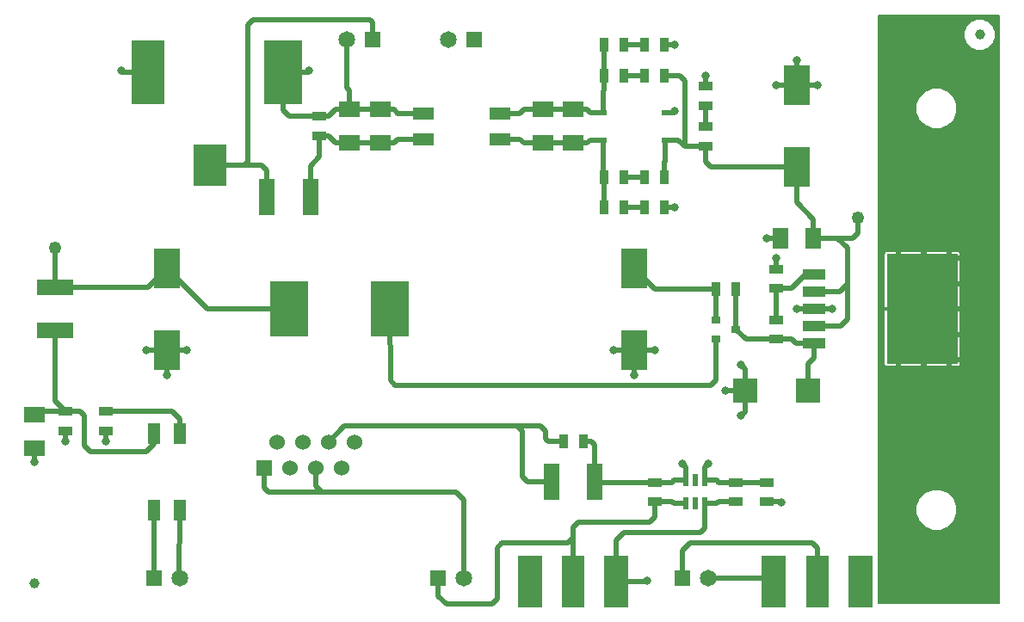
<source format=gtl>
G04 (created by PCBNEW (2013-mar-25)-stable) date Friday, August 07, 2015 09:57:37 AM*
%MOIN*%
G04 Gerber Fmt 3.4, Leading zero omitted, Abs format*
%FSLAX34Y34*%
G01*
G70*
G90*
G04 APERTURE LIST*
%ADD10C,0.006*%
%ADD11R,0.06X0.06*%
%ADD12C,0.06*%
%ADD13R,0.0649606X0.0649606*%
%ADD14C,0.0649606*%
%ADD15C,0.0492126*%
%ADD16R,0.129921X0.159843*%
%ADD17R,0.129921X0.25*%
%ADD18R,0.15X0.25*%
%ADD19R,0.0610236X0.141732*%
%ADD20R,0.141732X0.0610236*%
%ADD21R,0.055X0.035*%
%ADD22R,0.035X0.055*%
%ADD23R,0.0787402X0.0590551*%
%ADD24R,0.0590551X0.0787402*%
%ADD25R,0.0787402X0.0472441*%
%ADD26R,0.0472441X0.0787402*%
%ADD27R,0.0299213X0.0228346*%
%ADD28R,0.0984252X0.15748*%
%ADD29R,0.0850394X0.042126*%
%ADD30R,0.275591X0.425197*%
%ADD31R,0.0354331X0.0314961*%
%ADD32R,0.149606X0.216535*%
%ADD33R,0.0901575X0.2*%
%ADD34R,0.0950787X0.2*%
%ADD35R,0.02X0.05*%
%ADD36R,0.0933071X0.0956693*%
%ADD37C,0.0393701*%
%ADD38C,0.0314961*%
%ADD39C,0.019685*%
%ADD40C,0.00590551*%
G04 APERTURE END LIST*
G54D10*
G54D11*
X54549Y-69153D03*
G54D12*
X55049Y-68153D03*
X55549Y-69153D03*
X56049Y-68153D03*
X56549Y-69153D03*
X57049Y-68153D03*
X57549Y-69153D03*
X58049Y-68153D03*
G54D13*
X62704Y-52559D03*
G54D14*
X61704Y-52559D03*
G54D13*
X70759Y-73425D03*
G54D14*
X71759Y-73425D03*
G54D13*
X61311Y-73425D03*
G54D14*
X62311Y-73425D03*
G54D13*
X50287Y-73425D03*
G54D14*
X51287Y-73425D03*
G54D13*
X58767Y-52559D03*
G54D14*
X57767Y-52559D03*
G54D15*
X77559Y-59448D03*
X46456Y-60629D03*
G54D16*
X52456Y-57417D03*
G54D17*
X50055Y-53818D03*
G54D18*
X55287Y-53818D03*
G54D19*
X56348Y-58661D03*
X54675Y-58661D03*
G54D20*
X46456Y-63828D03*
X46456Y-62155D03*
G54D19*
X67372Y-69685D03*
X65698Y-69685D03*
G54D21*
X71653Y-54344D03*
X71653Y-55104D03*
G54D22*
X70065Y-57874D03*
X69305Y-57874D03*
X70065Y-59055D03*
X69305Y-59055D03*
G54D21*
X48425Y-66942D03*
X48425Y-67702D03*
G54D22*
X66155Y-68110D03*
X66915Y-68110D03*
G54D21*
X74015Y-70458D03*
X74015Y-69698D03*
X72834Y-70458D03*
X72834Y-69698D03*
X69685Y-70458D03*
X69685Y-69698D03*
X74409Y-62191D03*
X74409Y-61431D03*
X74409Y-64159D03*
X74409Y-63399D03*
X71653Y-56679D03*
X71653Y-55919D03*
G54D22*
X70065Y-52755D03*
X69305Y-52755D03*
X68490Y-59055D03*
X67730Y-59055D03*
X70065Y-53937D03*
X69305Y-53937D03*
X68490Y-57874D03*
X67730Y-57874D03*
G54D21*
X56692Y-55525D03*
X56692Y-56285D03*
G54D22*
X68490Y-53937D03*
X67730Y-53937D03*
X68490Y-52755D03*
X67730Y-52755D03*
X72820Y-62204D03*
X72060Y-62204D03*
G54D21*
X46850Y-66942D03*
X46850Y-67702D03*
G54D23*
X45669Y-67066D03*
X45669Y-68366D03*
X59055Y-56555D03*
X59055Y-55255D03*
X57874Y-56555D03*
X57874Y-55255D03*
X65354Y-56555D03*
X65354Y-55255D03*
G54D24*
X75846Y-60236D03*
X74547Y-60236D03*
G54D23*
X66535Y-56555D03*
X66535Y-55255D03*
G54D25*
X63681Y-56405D03*
X60728Y-56405D03*
X63681Y-55405D03*
X60728Y-55405D03*
G54D26*
X50287Y-70767D03*
X50287Y-67814D03*
X51287Y-70767D03*
X51287Y-67814D03*
G54D27*
X67687Y-55379D03*
X67687Y-56431D03*
X70108Y-56431D03*
X70108Y-55379D03*
G54D28*
X75196Y-57480D03*
X75196Y-54330D03*
X50787Y-61417D03*
X50787Y-64566D03*
X68897Y-61417D03*
X68897Y-64566D03*
G54D29*
X75852Y-61653D03*
X75852Y-62322D03*
X75852Y-62992D03*
X75852Y-63661D03*
X75852Y-64330D03*
G54D30*
X80053Y-62992D03*
G54D31*
X72047Y-63405D03*
X72047Y-64153D03*
X72834Y-63779D03*
G54D32*
X55521Y-62992D03*
X59438Y-62992D03*
G54D33*
X75984Y-73539D03*
G54D34*
X77659Y-73539D03*
X74309Y-73539D03*
G54D33*
X66535Y-73539D03*
G54D34*
X68210Y-73539D03*
X64860Y-73539D03*
G54D35*
X71629Y-69628D03*
X71259Y-69629D03*
X70889Y-69629D03*
X70889Y-70527D03*
X71259Y-70527D03*
X71629Y-70527D03*
G54D36*
X75637Y-66141D03*
X73181Y-66141D03*
G54D37*
X45669Y-73622D03*
X82283Y-52362D03*
G54D38*
X56299Y-53740D03*
X49015Y-53740D03*
X69389Y-73523D03*
X70767Y-68996D03*
X71751Y-68996D03*
X74606Y-70472D03*
X50787Y-65551D03*
X75196Y-53346D03*
X68897Y-65551D03*
X79133Y-60433D03*
X81102Y-60433D03*
X80118Y-60433D03*
X79133Y-65551D03*
X81102Y-65551D03*
X80118Y-65551D03*
X81889Y-64960D03*
X81889Y-63976D03*
X81889Y-61023D03*
X81889Y-62007D03*
X81889Y-62992D03*
X70472Y-52755D03*
X71653Y-53937D03*
X70472Y-55314D03*
X74409Y-54330D03*
X75984Y-54330D03*
X69685Y-64566D03*
X68110Y-64566D03*
X74409Y-61023D03*
X70472Y-59055D03*
X74015Y-60236D03*
X75196Y-62992D03*
X73031Y-65157D03*
X73031Y-67125D03*
X72440Y-66141D03*
X51574Y-64566D03*
X50000Y-64566D03*
X45669Y-68897D03*
X46850Y-68110D03*
X48425Y-68110D03*
X76574Y-62992D03*
G54D39*
X53740Y-57417D02*
X54464Y-57417D01*
X54675Y-57627D02*
X54675Y-58661D01*
X54464Y-57417D02*
X54675Y-57627D01*
X58767Y-52559D02*
X58767Y-51877D01*
X53803Y-57417D02*
X53740Y-57417D01*
X53740Y-57417D02*
X52456Y-57417D01*
X53937Y-57283D02*
X53803Y-57417D01*
X53937Y-51968D02*
X53937Y-57283D01*
X54133Y-51771D02*
X53937Y-51968D01*
X58661Y-51771D02*
X54133Y-51771D01*
X58767Y-51877D02*
X58661Y-51771D01*
X50055Y-53818D02*
X49094Y-53818D01*
X56220Y-53818D02*
X55287Y-53818D01*
X56299Y-53740D02*
X56220Y-53818D01*
X49094Y-53818D02*
X49015Y-53740D01*
X57874Y-55255D02*
X57874Y-54527D01*
X57767Y-54421D02*
X57767Y-52559D01*
X57874Y-54527D02*
X57767Y-54421D01*
X56692Y-55525D02*
X55525Y-55525D01*
X55287Y-55287D02*
X55287Y-53818D01*
X55525Y-55525D02*
X55287Y-55287D01*
X56692Y-55525D02*
X57072Y-55525D01*
X57342Y-55255D02*
X57874Y-55255D01*
X57072Y-55525D02*
X57342Y-55255D01*
X59055Y-55255D02*
X57874Y-55255D01*
X60728Y-55405D02*
X59736Y-55405D01*
X59586Y-55255D02*
X59055Y-55255D01*
X59736Y-55405D02*
X59586Y-55255D01*
X56692Y-56285D02*
X56692Y-57086D01*
X56348Y-57431D02*
X56348Y-58661D01*
X56692Y-57086D02*
X56348Y-57431D01*
X56692Y-56285D02*
X57072Y-56285D01*
X57342Y-56555D02*
X57874Y-56555D01*
X57072Y-56285D02*
X57342Y-56555D01*
X59055Y-56555D02*
X57874Y-56555D01*
X60728Y-56405D02*
X59736Y-56405D01*
X59586Y-56555D02*
X59055Y-56555D01*
X59736Y-56405D02*
X59586Y-56555D01*
X67730Y-57874D02*
X67730Y-59055D01*
X67687Y-56431D02*
X67687Y-57830D01*
X67687Y-57830D02*
X67730Y-57874D01*
X63681Y-56405D02*
X64476Y-56405D01*
X64625Y-56555D02*
X65354Y-56555D01*
X64476Y-56405D02*
X64625Y-56555D01*
X66535Y-56555D02*
X65354Y-56555D01*
X67687Y-56431D02*
X67190Y-56431D01*
X67066Y-56555D02*
X66535Y-56555D01*
X67190Y-56431D02*
X67066Y-56555D01*
X67687Y-55379D02*
X67190Y-55379D01*
X67066Y-55255D02*
X66535Y-55255D01*
X67190Y-55379D02*
X67066Y-55255D01*
X65354Y-55255D02*
X66535Y-55255D01*
X63681Y-55405D02*
X64476Y-55405D01*
X64625Y-55255D02*
X65354Y-55255D01*
X64476Y-55405D02*
X64625Y-55255D01*
X67687Y-55379D02*
X67687Y-54557D01*
X67730Y-54513D02*
X67730Y-53937D01*
X67687Y-54557D02*
X67730Y-54513D01*
X67730Y-52755D02*
X67730Y-53937D01*
X61311Y-73425D02*
X61311Y-74106D01*
X66338Y-72047D02*
X66535Y-71850D01*
X63779Y-72047D02*
X66338Y-72047D01*
X63582Y-72244D02*
X63779Y-72047D01*
X63582Y-74212D02*
X63582Y-72244D01*
X63385Y-74409D02*
X63582Y-74212D01*
X61614Y-74409D02*
X63385Y-74409D01*
X61311Y-74106D02*
X61614Y-74409D01*
X66535Y-73539D02*
X66535Y-71850D01*
X66535Y-71850D02*
X66535Y-71456D01*
X66535Y-71456D02*
X66732Y-71259D01*
X66732Y-71259D02*
X69488Y-71259D01*
X69488Y-71259D02*
X69685Y-71062D01*
X69685Y-71062D02*
X69685Y-70458D01*
X70889Y-70527D02*
X70429Y-70527D01*
X70360Y-70458D02*
X69685Y-70458D01*
X70429Y-70527D02*
X70360Y-70458D01*
X69374Y-73539D02*
X68210Y-73539D01*
X69389Y-73523D02*
X69374Y-73539D01*
X71629Y-70527D02*
X71629Y-71480D01*
X71629Y-71480D02*
X71456Y-71653D01*
X71456Y-71653D02*
X68503Y-71653D01*
X68503Y-71653D02*
X68210Y-71946D01*
X68210Y-71946D02*
X68210Y-73539D01*
X56791Y-70078D02*
X54724Y-70078D01*
X54549Y-69903D02*
X54549Y-69153D01*
X54724Y-70078D02*
X54549Y-69903D01*
X56549Y-69153D02*
X56549Y-69836D01*
X62311Y-70381D02*
X62311Y-73425D01*
X62007Y-70078D02*
X62311Y-70381D01*
X56791Y-70078D02*
X62007Y-70078D01*
X56549Y-69836D02*
X56791Y-70078D01*
X71629Y-70527D02*
X72090Y-70527D01*
X72159Y-70458D02*
X72834Y-70458D01*
X72090Y-70527D02*
X72159Y-70458D01*
X50287Y-70767D02*
X50295Y-73425D01*
X66155Y-68110D02*
X65551Y-68110D01*
X65255Y-67519D02*
X64370Y-67519D01*
X65452Y-67716D02*
X65255Y-67519D01*
X65452Y-68011D02*
X65452Y-67716D01*
X65551Y-68110D02*
X65452Y-68011D01*
X64370Y-67519D02*
X64566Y-67716D01*
X57049Y-68147D02*
X57677Y-67519D01*
X57677Y-67519D02*
X64370Y-67519D01*
X57049Y-68153D02*
X57049Y-68147D01*
X64566Y-67716D02*
X64566Y-69488D01*
X64566Y-69488D02*
X64763Y-69685D01*
X64763Y-69685D02*
X65698Y-69685D01*
X51287Y-70767D02*
X51279Y-73425D01*
X75984Y-73539D02*
X75984Y-72244D01*
X70759Y-72350D02*
X70759Y-73425D01*
X71062Y-72047D02*
X70759Y-72350D01*
X75787Y-72047D02*
X71062Y-72047D01*
X75984Y-72244D02*
X75787Y-72047D01*
X66915Y-68110D02*
X67224Y-68110D01*
X67372Y-68257D02*
X67372Y-69685D01*
X67224Y-68110D02*
X67372Y-68257D01*
X69685Y-69698D02*
X67385Y-69698D01*
X67385Y-69698D02*
X67372Y-69685D01*
X70889Y-69629D02*
X70429Y-69629D01*
X70360Y-69698D02*
X69685Y-69698D01*
X70429Y-69629D02*
X70360Y-69698D01*
X70889Y-69118D02*
X70889Y-69629D01*
X70767Y-68996D02*
X70889Y-69118D01*
X71759Y-73425D02*
X74194Y-73425D01*
X74194Y-73425D02*
X74309Y-73539D01*
X71629Y-69628D02*
X72089Y-69628D01*
X72159Y-69698D02*
X72834Y-69698D01*
X72089Y-69628D02*
X72159Y-69698D01*
X74015Y-69698D02*
X72834Y-69698D01*
X71629Y-69118D02*
X71629Y-69628D01*
X71751Y-68996D02*
X71629Y-69118D01*
X71653Y-55104D02*
X71653Y-55919D01*
X68490Y-59055D02*
X69305Y-59055D01*
X68490Y-57874D02*
X69305Y-57874D01*
X68490Y-53937D02*
X69305Y-53937D01*
X68490Y-52755D02*
X69305Y-52755D01*
X48425Y-66942D02*
X50997Y-66942D01*
X51287Y-67232D02*
X51287Y-67814D01*
X50997Y-66942D02*
X51287Y-67232D01*
X74409Y-62191D02*
X74986Y-62191D01*
X75523Y-61653D02*
X75852Y-61653D01*
X74986Y-62191D02*
X75523Y-61653D01*
X74409Y-63399D02*
X74409Y-62191D01*
X70866Y-56692D02*
X70866Y-54133D01*
X70669Y-53937D02*
X70065Y-53937D01*
X70866Y-54133D02*
X70669Y-53937D01*
X75196Y-57480D02*
X71850Y-57480D01*
X71653Y-57283D02*
X71653Y-56679D01*
X71850Y-57480D02*
X71653Y-57283D01*
X70108Y-56431D02*
X70604Y-56431D01*
X70604Y-56431D02*
X70866Y-56692D01*
X70866Y-56692D02*
X70852Y-56679D01*
X70852Y-56679D02*
X71653Y-56679D01*
X70108Y-56431D02*
X70108Y-57253D01*
X70065Y-57297D02*
X70065Y-57874D01*
X70108Y-57253D02*
X70065Y-57297D01*
X75846Y-60236D02*
X75846Y-59507D01*
X75196Y-58858D02*
X75196Y-57480D01*
X75846Y-59507D02*
X75196Y-58858D01*
X76771Y-60236D02*
X77362Y-60236D01*
X77559Y-60039D02*
X77559Y-59448D01*
X77362Y-60236D02*
X77559Y-60039D01*
X75852Y-62322D02*
X76850Y-62322D01*
X76850Y-62322D02*
X77165Y-62007D01*
X75852Y-63661D02*
X76889Y-63661D01*
X76771Y-60236D02*
X75846Y-60236D01*
X77165Y-60629D02*
X76771Y-60236D01*
X77165Y-63385D02*
X77165Y-62007D01*
X77165Y-62007D02*
X77165Y-60629D01*
X76889Y-63661D02*
X77165Y-63385D01*
X72060Y-62204D02*
X69685Y-62204D01*
X69685Y-62204D02*
X68897Y-61417D01*
X72047Y-63405D02*
X72047Y-62218D01*
X72047Y-62218D02*
X72060Y-62204D01*
X55521Y-62992D02*
X52362Y-62992D01*
X52362Y-62992D02*
X50787Y-61417D01*
X46456Y-62155D02*
X50049Y-62155D01*
X50049Y-62155D02*
X50787Y-61417D01*
X46456Y-60629D02*
X46456Y-62155D01*
X59645Y-65944D02*
X59449Y-65748D01*
X72047Y-65748D02*
X71850Y-65944D01*
X71850Y-65944D02*
X59645Y-65944D01*
X59438Y-62992D02*
X59449Y-65748D01*
X72047Y-65748D02*
X72047Y-64153D01*
X75637Y-66141D02*
X75637Y-65110D01*
X75852Y-64895D02*
X75852Y-64330D01*
X75637Y-65110D02*
X75852Y-64895D01*
X75852Y-64330D02*
X75157Y-64330D01*
X74986Y-64159D02*
X74409Y-64159D01*
X75157Y-64330D02*
X74986Y-64159D01*
X74409Y-64159D02*
X73214Y-64159D01*
X73214Y-64159D02*
X72834Y-63779D01*
X72820Y-62204D02*
X72820Y-63765D01*
X72820Y-63765D02*
X72834Y-63779D01*
X46850Y-66942D02*
X45793Y-66942D01*
X45793Y-66942D02*
X45669Y-67066D01*
X46456Y-63828D02*
X46456Y-66549D01*
X46456Y-66549D02*
X46850Y-66942D01*
X46850Y-66942D02*
X47427Y-66942D01*
X50287Y-68216D02*
X50287Y-67814D01*
X50000Y-68503D02*
X50287Y-68216D01*
X47834Y-68503D02*
X50000Y-68503D01*
X47610Y-68279D02*
X47834Y-68503D01*
X47610Y-67125D02*
X47610Y-68279D01*
X47427Y-66942D02*
X47610Y-67125D01*
X74015Y-70458D02*
X74592Y-70458D01*
X74592Y-70458D02*
X74606Y-70472D01*
X50787Y-64566D02*
X50787Y-65551D01*
X75196Y-54330D02*
X75196Y-53346D01*
X68897Y-64566D02*
X68897Y-65551D01*
X79921Y-61023D02*
X79133Y-61023D01*
X79133Y-61023D02*
X79133Y-60433D01*
X79921Y-61023D02*
X79921Y-62992D01*
X79921Y-62992D02*
X80053Y-62992D01*
X79921Y-61023D02*
X81102Y-61023D01*
X81102Y-61023D02*
X81102Y-60433D01*
X79921Y-61023D02*
X79921Y-62992D01*
X79921Y-62992D02*
X80053Y-62992D01*
X79921Y-61023D02*
X80118Y-61023D01*
X80118Y-61023D02*
X80118Y-60433D01*
X79921Y-61023D02*
X79921Y-62992D01*
X79921Y-62992D02*
X80053Y-62992D01*
X79921Y-62992D02*
X79921Y-64960D01*
X79133Y-64960D02*
X79921Y-64960D01*
X79133Y-64960D02*
X79133Y-65551D01*
X79921Y-62992D02*
X80053Y-62992D01*
X80118Y-64960D02*
X81102Y-64960D01*
X81102Y-64960D02*
X81102Y-65551D01*
X80118Y-64960D02*
X79921Y-64763D01*
X79921Y-64763D02*
X79921Y-62992D01*
X79921Y-62992D02*
X80053Y-62992D01*
X80118Y-65551D02*
X80118Y-64960D01*
X80118Y-64960D02*
X79921Y-64763D01*
X79921Y-64763D02*
X79921Y-62992D01*
X79921Y-62992D02*
X80053Y-62992D01*
X79921Y-62992D02*
X79921Y-64763D01*
X80118Y-64960D02*
X79921Y-64763D01*
X80118Y-64960D02*
X81889Y-64960D01*
X79921Y-62992D02*
X80053Y-62992D01*
X79921Y-62992D02*
X79921Y-63779D01*
X80118Y-63976D02*
X79921Y-63779D01*
X80118Y-63976D02*
X81889Y-63976D01*
X79921Y-62992D02*
X80053Y-62992D01*
X79921Y-62992D02*
X79921Y-61023D01*
X79921Y-61023D02*
X81889Y-61023D01*
X79921Y-62992D02*
X80053Y-62992D01*
X80053Y-62992D02*
X79921Y-62992D01*
X79921Y-62204D02*
X79921Y-62992D01*
X80118Y-62007D02*
X79921Y-62204D01*
X80118Y-62007D02*
X81889Y-62007D01*
X80053Y-62992D02*
X81889Y-62992D01*
X70065Y-52755D02*
X70472Y-52755D01*
X71653Y-54344D02*
X71653Y-53937D01*
X70108Y-55379D02*
X70407Y-55379D01*
X70407Y-55379D02*
X70472Y-55314D01*
X75196Y-54330D02*
X74409Y-54330D01*
X75196Y-54330D02*
X75984Y-54330D01*
X68897Y-64566D02*
X69685Y-64566D01*
X68897Y-64566D02*
X68110Y-64566D01*
X74409Y-61431D02*
X74409Y-61023D01*
X70065Y-59055D02*
X70472Y-59055D01*
X74547Y-60236D02*
X74015Y-60236D01*
X75852Y-62992D02*
X75196Y-62992D01*
X73181Y-66141D02*
X73181Y-65307D01*
X73181Y-65307D02*
X73031Y-65157D01*
X73181Y-66141D02*
X73181Y-66976D01*
X73181Y-66976D02*
X73031Y-67125D01*
X73181Y-66141D02*
X72440Y-66141D01*
X50787Y-64566D02*
X51574Y-64566D01*
X50787Y-64566D02*
X50000Y-64566D01*
X45669Y-68366D02*
X45669Y-68897D01*
X46850Y-67702D02*
X46850Y-68110D01*
X48425Y-67702D02*
X48425Y-68110D01*
X75852Y-62992D02*
X76574Y-62992D01*
G54D10*
G36*
X83041Y-74379D02*
X82903Y-74379D01*
X82903Y-52239D01*
X82809Y-52011D01*
X82635Y-51836D01*
X82407Y-51742D01*
X82160Y-51742D01*
X81932Y-51836D01*
X81758Y-52010D01*
X81663Y-52238D01*
X81663Y-52485D01*
X81757Y-52712D01*
X81931Y-52887D01*
X82159Y-52982D01*
X82406Y-52982D01*
X82634Y-52888D01*
X82808Y-52713D01*
X82903Y-52486D01*
X82903Y-52239D01*
X82903Y-74379D01*
X81539Y-74379D01*
X81539Y-65139D01*
X81539Y-60844D01*
X81522Y-60804D01*
X81492Y-60774D01*
X81452Y-60757D01*
X81409Y-60757D01*
X81407Y-60757D01*
X81407Y-55058D01*
X81286Y-54765D01*
X81062Y-54541D01*
X80769Y-54419D01*
X80452Y-54419D01*
X80159Y-54540D01*
X79934Y-54764D01*
X79813Y-55057D01*
X79812Y-55374D01*
X79933Y-55667D01*
X80158Y-55892D01*
X80450Y-56013D01*
X80768Y-56013D01*
X81061Y-55892D01*
X81285Y-55668D01*
X81407Y-55375D01*
X81407Y-55058D01*
X81407Y-60757D01*
X80109Y-60757D01*
X80082Y-60784D01*
X80082Y-62962D01*
X81512Y-62962D01*
X81539Y-62935D01*
X81539Y-60844D01*
X81539Y-65139D01*
X81539Y-63048D01*
X81512Y-63021D01*
X80082Y-63021D01*
X80082Y-65199D01*
X80109Y-65226D01*
X81409Y-65226D01*
X81452Y-65226D01*
X81492Y-65209D01*
X81522Y-65179D01*
X81539Y-65139D01*
X81539Y-74379D01*
X81407Y-74379D01*
X81407Y-70609D01*
X81286Y-70316D01*
X81062Y-70092D01*
X80769Y-69970D01*
X80452Y-69970D01*
X80159Y-70091D01*
X80023Y-70226D01*
X80023Y-65199D01*
X80023Y-63021D01*
X80023Y-62962D01*
X80023Y-60784D01*
X79996Y-60757D01*
X78696Y-60757D01*
X78653Y-60757D01*
X78613Y-60774D01*
X78583Y-60804D01*
X78566Y-60844D01*
X78566Y-62935D01*
X78593Y-62962D01*
X80023Y-62962D01*
X80023Y-63021D01*
X78593Y-63021D01*
X78566Y-63048D01*
X78566Y-65139D01*
X78583Y-65179D01*
X78613Y-65209D01*
X78653Y-65226D01*
X78696Y-65226D01*
X79996Y-65226D01*
X80023Y-65199D01*
X80023Y-70226D01*
X79934Y-70315D01*
X79813Y-70608D01*
X79812Y-70925D01*
X79933Y-71218D01*
X80158Y-71443D01*
X80450Y-71564D01*
X80768Y-71565D01*
X81061Y-71443D01*
X81285Y-71219D01*
X81407Y-70926D01*
X81407Y-70609D01*
X81407Y-74379D01*
X78375Y-74379D01*
X78375Y-51604D01*
X83041Y-51604D01*
X83041Y-74379D01*
X83041Y-74379D01*
G37*
G54D40*
X83041Y-74379D02*
X82903Y-74379D01*
X82903Y-52239D01*
X82809Y-52011D01*
X82635Y-51836D01*
X82407Y-51742D01*
X82160Y-51742D01*
X81932Y-51836D01*
X81758Y-52010D01*
X81663Y-52238D01*
X81663Y-52485D01*
X81757Y-52712D01*
X81931Y-52887D01*
X82159Y-52982D01*
X82406Y-52982D01*
X82634Y-52888D01*
X82808Y-52713D01*
X82903Y-52486D01*
X82903Y-52239D01*
X82903Y-74379D01*
X81539Y-74379D01*
X81539Y-65139D01*
X81539Y-60844D01*
X81522Y-60804D01*
X81492Y-60774D01*
X81452Y-60757D01*
X81409Y-60757D01*
X81407Y-60757D01*
X81407Y-55058D01*
X81286Y-54765D01*
X81062Y-54541D01*
X80769Y-54419D01*
X80452Y-54419D01*
X80159Y-54540D01*
X79934Y-54764D01*
X79813Y-55057D01*
X79812Y-55374D01*
X79933Y-55667D01*
X80158Y-55892D01*
X80450Y-56013D01*
X80768Y-56013D01*
X81061Y-55892D01*
X81285Y-55668D01*
X81407Y-55375D01*
X81407Y-55058D01*
X81407Y-60757D01*
X80109Y-60757D01*
X80082Y-60784D01*
X80082Y-62962D01*
X81512Y-62962D01*
X81539Y-62935D01*
X81539Y-60844D01*
X81539Y-65139D01*
X81539Y-63048D01*
X81512Y-63021D01*
X80082Y-63021D01*
X80082Y-65199D01*
X80109Y-65226D01*
X81409Y-65226D01*
X81452Y-65226D01*
X81492Y-65209D01*
X81522Y-65179D01*
X81539Y-65139D01*
X81539Y-74379D01*
X81407Y-74379D01*
X81407Y-70609D01*
X81286Y-70316D01*
X81062Y-70092D01*
X80769Y-69970D01*
X80452Y-69970D01*
X80159Y-70091D01*
X80023Y-70226D01*
X80023Y-65199D01*
X80023Y-63021D01*
X80023Y-62962D01*
X80023Y-60784D01*
X79996Y-60757D01*
X78696Y-60757D01*
X78653Y-60757D01*
X78613Y-60774D01*
X78583Y-60804D01*
X78566Y-60844D01*
X78566Y-62935D01*
X78593Y-62962D01*
X80023Y-62962D01*
X80023Y-63021D01*
X78593Y-63021D01*
X78566Y-63048D01*
X78566Y-65139D01*
X78583Y-65179D01*
X78613Y-65209D01*
X78653Y-65226D01*
X78696Y-65226D01*
X79996Y-65226D01*
X80023Y-65199D01*
X80023Y-70226D01*
X79934Y-70315D01*
X79813Y-70608D01*
X79812Y-70925D01*
X79933Y-71218D01*
X80158Y-71443D01*
X80450Y-71564D01*
X80768Y-71565D01*
X81061Y-71443D01*
X81285Y-71219D01*
X81407Y-70926D01*
X81407Y-70609D01*
X81407Y-74379D01*
X78375Y-74379D01*
X78375Y-51604D01*
X83041Y-51604D01*
X83041Y-74379D01*
M02*

</source>
